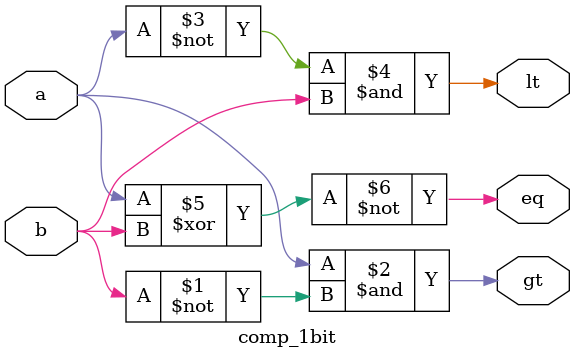
<source format=v>
module comp_1bit(
    input wire a,
    input wire b,
    output wire gt,
    output wire lt,
    output wire eq
);

    assign gt = a & (~b);
    assign lt = (~a) & b;
    assign eq = ~(a ^ b);

endmodule


</source>
